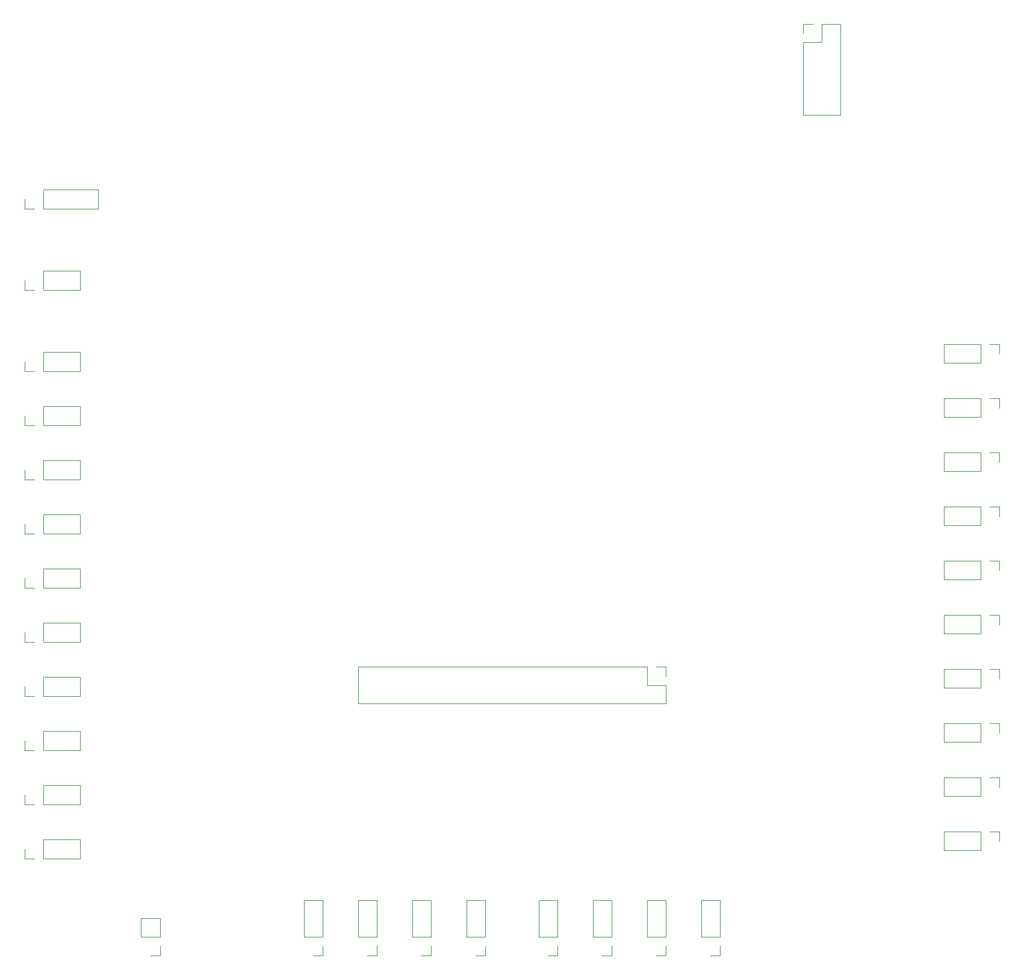
<source format=gbr>
%TF.GenerationSoftware,KiCad,Pcbnew,6.0.8-f2edbf62ab~116~ubuntu20.04.1*%
%TF.CreationDate,2022-12-16T17:31:30-08:00*%
%TF.ProjectId,RRIB2,52524942-322e-46b6-9963-61645f706362,V1.0*%
%TF.SameCoordinates,PX4fefde0PYc90dba0*%
%TF.FileFunction,Legend,Bot*%
%TF.FilePolarity,Positive*%
%FSLAX46Y46*%
G04 Gerber Fmt 4.6, Leading zero omitted, Abs format (unit mm)*
G04 Created by KiCad (PCBNEW 6.0.8-f2edbf62ab~116~ubuntu20.04.1) date 2022-12-16 17:31:30*
%MOMM*%
%LPD*%
G01*
G04 APERTURE LIST*
%ADD10C,0.120000*%
%ADD11C,3.403600*%
%ADD12R,1.600200X1.905000*%
%ADD13O,1.600200X1.905000*%
%ADD14R,1.651000X1.778000*%
%ADD15R,1.905000X1.600200*%
%ADD16O,1.905000X1.600200*%
%ADD17R,1.778000X1.651000*%
%ADD18C,3.200000*%
%ADD19R,1.700000X1.700000*%
%ADD20O,1.700000X1.700000*%
%ADD21R,1.600200X1.778000*%
%ADD22O,1.600200X1.778000*%
G04 APERTURE END LIST*
D10*
%TO.C,J69*%
X135608060Y70249740D02*
X135608060Y72909740D01*
X135608060Y72909740D02*
X130468060Y72909740D01*
X130468060Y70249740D02*
X130468060Y72909740D01*
X135608060Y70249740D02*
X130468060Y70249740D01*
X138208060Y71579740D02*
X138208060Y72909740D01*
X138208060Y72909740D02*
X136878060Y72909740D01*
%TO.C,J52*%
X63292680Y9905040D02*
X65952680Y9905040D01*
X63292680Y4765040D02*
X63292680Y9905040D01*
X65952680Y2165040D02*
X65952680Y3495040D01*
X63292680Y4765040D02*
X65952680Y4765040D01*
X64622680Y2165040D02*
X65952680Y2165040D01*
X65952680Y4765040D02*
X65952680Y9905040D01*
%TO.C,J18*%
X3787140Y64172140D02*
X8927140Y64172140D01*
X3787140Y61512140D02*
X8927140Y61512140D01*
X1187140Y61512140D02*
X2517140Y61512140D01*
X8927140Y64172140D02*
X8927140Y61512140D01*
X3787140Y64172140D02*
X3787140Y61512140D01*
X1187140Y62842140D02*
X1187140Y61512140D01*
%TO.C,J17*%
X3787140Y69132140D02*
X8927140Y69132140D01*
X1187140Y69132140D02*
X2517140Y69132140D01*
X3787140Y71792140D02*
X8927140Y71792140D01*
X3787140Y71792140D02*
X3787140Y69132140D01*
X1187140Y70462140D02*
X1187140Y69132140D01*
X8927140Y71792140D02*
X8927140Y69132140D01*
%TO.C,J19*%
X3787140Y56552140D02*
X8927140Y56552140D01*
X8927140Y56552140D02*
X8927140Y53892140D01*
X3787140Y56552140D02*
X3787140Y53892140D01*
X1187140Y55222140D02*
X1187140Y53892140D01*
X3787140Y53892140D02*
X8927140Y53892140D01*
X1187140Y53892140D02*
X2517140Y53892140D01*
%TO.C,J73*%
X135608060Y39769740D02*
X130468060Y39769740D01*
X130468060Y39769740D02*
X130468060Y42429740D01*
X135608060Y39769740D02*
X135608060Y42429740D01*
X138208060Y42429740D02*
X136878060Y42429740D01*
X138208060Y41099740D02*
X138208060Y42429740D01*
X135608060Y42429740D02*
X130468060Y42429740D01*
%TO.C,J76*%
X135608060Y16909740D02*
X130468060Y16909740D01*
X130468060Y16909740D02*
X130468060Y19569740D01*
X138208060Y18239740D02*
X138208060Y19569740D01*
X135608060Y19569740D02*
X130468060Y19569740D01*
X138208060Y19569740D02*
X136878060Y19569740D01*
X135608060Y16909740D02*
X135608060Y19569740D01*
%TO.C,J23*%
X3787140Y26072140D02*
X8927140Y26072140D01*
X3787140Y23412140D02*
X8927140Y23412140D01*
X8927140Y26072140D02*
X8927140Y23412140D01*
X3787140Y26072140D02*
X3787140Y23412140D01*
X1187140Y24742140D02*
X1187140Y23412140D01*
X1187140Y23412140D02*
X2517140Y23412140D01*
%TO.C,J74*%
X130468060Y32149740D02*
X130468060Y34809740D01*
X138208060Y34809740D02*
X136878060Y34809740D01*
X135608060Y32149740D02*
X130468060Y32149740D01*
X135608060Y34809740D02*
X130468060Y34809740D01*
X135608060Y32149740D02*
X135608060Y34809740D01*
X138208060Y33479740D02*
X138208060Y34809740D01*
%TO.C,J70*%
X130468060Y62629740D02*
X130468060Y65289740D01*
X135608060Y62629740D02*
X135608060Y65289740D01*
X138208060Y65289740D02*
X136878060Y65289740D01*
X138208060Y63959740D02*
X138208060Y65289740D01*
X135608060Y62629740D02*
X130468060Y62629740D01*
X135608060Y65289740D02*
X130468060Y65289740D01*
%TO.C,J56*%
X96299980Y4765040D02*
X98959980Y4765040D01*
X97629980Y2165040D02*
X98959980Y2165040D01*
X96299980Y4765040D02*
X96299980Y9905040D01*
X96299980Y9905040D02*
X98959980Y9905040D01*
X98959980Y4765040D02*
X98959980Y9905040D01*
X98959980Y2165040D02*
X98959980Y3495040D01*
%TO.C,J71*%
X135608060Y57669740D02*
X130468060Y57669740D01*
X135608060Y55009740D02*
X135608060Y57669740D01*
X138208060Y57669740D02*
X136878060Y57669740D01*
X135608060Y55009740D02*
X130468060Y55009740D01*
X138208060Y56339740D02*
X138208060Y57669740D01*
X130468060Y55009740D02*
X130468060Y57669740D01*
%TO.C,J67*%
X135608060Y88149740D02*
X130468060Y88149740D01*
X138208060Y88149740D02*
X136878060Y88149740D01*
X135608060Y85489740D02*
X135608060Y88149740D01*
X130468060Y85489740D02*
X130468060Y88149740D01*
X135608060Y85489740D02*
X130468060Y85489740D01*
X138208060Y86819740D02*
X138208060Y88149740D01*
%TO.C,J55*%
X91339980Y4765040D02*
X91339980Y9905040D01*
X90009980Y2165040D02*
X91339980Y2165040D01*
X91339980Y2165040D02*
X91339980Y3495040D01*
X88679980Y9905040D02*
X91339980Y9905040D01*
X88679980Y4765040D02*
X88679980Y9905040D01*
X88679980Y4765040D02*
X91339980Y4765040D01*
%TO.C,J54*%
X83719980Y4765040D02*
X83719980Y9905040D01*
X81059980Y4765040D02*
X83719980Y4765040D01*
X83719980Y2165040D02*
X83719980Y3495040D01*
X81059980Y4765040D02*
X81059980Y9905040D01*
X81059980Y9905040D02*
X83719980Y9905040D01*
X82389980Y2165040D02*
X83719980Y2165040D01*
%TO.C,J51*%
X57002680Y2165040D02*
X58332680Y2165040D01*
X58332680Y4765040D02*
X58332680Y9905040D01*
X55672680Y4765040D02*
X55672680Y9905040D01*
X55672680Y4765040D02*
X58332680Y4765040D01*
X55672680Y9905040D02*
X58332680Y9905040D01*
X58332680Y2165040D02*
X58332680Y3495040D01*
%TO.C,J68*%
X138208060Y79199740D02*
X138208060Y80529740D01*
X135608060Y80529740D02*
X130468060Y80529740D01*
X135608060Y77869740D02*
X130468060Y77869740D01*
X135608060Y77869740D02*
X135608060Y80529740D01*
X138208060Y80529740D02*
X136878060Y80529740D01*
X130468060Y77869740D02*
X130468060Y80529740D01*
%TO.C,J87*%
X91347600Y37582800D02*
X91347600Y40182800D01*
X91347600Y41452800D02*
X91347600Y42782800D01*
X91347600Y42782800D02*
X90017600Y42782800D01*
X88747600Y40182800D02*
X88747600Y42782800D01*
X91347600Y37582800D02*
X48047600Y37582800D01*
X48047600Y37582800D02*
X48047600Y42782800D01*
X88747600Y42782800D02*
X48047600Y42782800D01*
X91347600Y40182800D02*
X88747600Y40182800D01*
%TO.C,J15*%
X8927140Y87032140D02*
X8927140Y84372140D01*
X1187140Y85702140D02*
X1187140Y84372140D01*
X3787140Y84372140D02*
X8927140Y84372140D01*
X1187140Y84372140D02*
X2517140Y84372140D01*
X3787140Y87032140D02*
X8927140Y87032140D01*
X3787140Y87032140D02*
X3787140Y84372140D01*
%TO.C,J85*%
X8927140Y98462140D02*
X8927140Y95802140D01*
X1187140Y97132140D02*
X1187140Y95802140D01*
X3787140Y98462140D02*
X8927140Y98462140D01*
X3787140Y98462140D02*
X3787140Y95802140D01*
X1187140Y95802140D02*
X2517140Y95802140D01*
X3787140Y95802140D02*
X8927140Y95802140D01*
%TO.C,J53*%
X76099980Y2165040D02*
X76099980Y3495040D01*
X73439980Y9905040D02*
X76099980Y9905040D01*
X74769980Y2165040D02*
X76099980Y2165040D01*
X73439980Y4765040D02*
X76099980Y4765040D01*
X76099980Y4765040D02*
X76099980Y9905040D01*
X73439980Y4765040D02*
X73439980Y9905040D01*
%TO.C,J20*%
X8927140Y48932140D02*
X8927140Y46272140D01*
X3787140Y48932140D02*
X3787140Y46272140D01*
X3787140Y46272140D02*
X8927140Y46272140D01*
X3787140Y48932140D02*
X8927140Y48932140D01*
X1187140Y46272140D02*
X2517140Y46272140D01*
X1187140Y47602140D02*
X1187140Y46272140D01*
%TO.C,J75*%
X135608060Y24529740D02*
X130468060Y24529740D01*
X130468060Y24529740D02*
X130468060Y27189740D01*
X135608060Y27189740D02*
X130468060Y27189740D01*
X138208060Y27189740D02*
X136878060Y27189740D01*
X138208060Y25859740D02*
X138208060Y27189740D01*
X135608060Y24529740D02*
X135608060Y27189740D01*
%TO.C,J86*%
X1187140Y107232140D02*
X2517140Y107232140D01*
X11467140Y109892140D02*
X11467140Y107232140D01*
X3787140Y109892140D02*
X11467140Y109892140D01*
X3787140Y109892140D02*
X3787140Y107232140D01*
X3787140Y107232140D02*
X11467140Y107232140D01*
X1187140Y108562140D02*
X1187140Y107232140D01*
%TO.C,J84*%
X17549820Y7365040D02*
X20209820Y7365040D01*
X17549820Y4765040D02*
X20209820Y4765040D01*
X17549820Y4765040D02*
X17549820Y7365040D01*
X20209820Y2165040D02*
X20209820Y3495040D01*
X18879820Y2165040D02*
X20209820Y2165040D01*
X20209820Y4765040D02*
X20209820Y7365040D01*
%TO.C,J21*%
X3787140Y38652140D02*
X8927140Y38652140D01*
X1187140Y39982140D02*
X1187140Y38652140D01*
X3787140Y41312140D02*
X3787140Y38652140D01*
X1187140Y38652140D02*
X2517140Y38652140D01*
X3787140Y41312140D02*
X8927140Y41312140D01*
X8927140Y41312140D02*
X8927140Y38652140D01*
%TO.C,J50*%
X49382680Y2165040D02*
X50712680Y2165040D01*
X48052680Y9905040D02*
X50712680Y9905040D01*
X50712680Y2165040D02*
X50712680Y3495040D01*
X48052680Y4765040D02*
X48052680Y9905040D01*
X50712680Y4765040D02*
X50712680Y9905040D01*
X48052680Y4765040D02*
X50712680Y4765040D01*
%TO.C,J24*%
X1187140Y17122140D02*
X1187140Y15792140D01*
X3787140Y18452140D02*
X8927140Y18452140D01*
X8927140Y18452140D02*
X8927140Y15792140D01*
X1187140Y15792140D02*
X2517140Y15792140D01*
X3787140Y15792140D02*
X8927140Y15792140D01*
X3787140Y18452140D02*
X3787140Y15792140D01*
%TO.C,J16*%
X1187140Y76752140D02*
X2517140Y76752140D01*
X1187140Y78082140D02*
X1187140Y76752140D01*
X8927140Y79412140D02*
X8927140Y76752140D01*
X3787140Y79412140D02*
X3787140Y76752140D01*
X3787140Y79412140D02*
X8927140Y79412140D01*
X3787140Y76752140D02*
X8927140Y76752140D01*
%TO.C,J88*%
X110658600Y130619500D02*
X110658600Y120399500D01*
X111988600Y133219500D02*
X110658600Y133219500D01*
X113258600Y133219500D02*
X113258600Y130619500D01*
X115858600Y133219500D02*
X113258600Y133219500D01*
X115858600Y133219500D02*
X115858600Y120399500D01*
X115858600Y120399500D02*
X110658600Y120399500D01*
X113258600Y130619500D02*
X110658600Y130619500D01*
X110658600Y133219500D02*
X110658600Y131889500D01*
%TO.C,J49*%
X41762680Y2165040D02*
X43092680Y2165040D01*
X43092680Y2165040D02*
X43092680Y3495040D01*
X40432680Y4765040D02*
X43092680Y4765040D01*
X40432680Y4765040D02*
X40432680Y9905040D01*
X40432680Y9905040D02*
X43092680Y9905040D01*
X43092680Y4765040D02*
X43092680Y9905040D01*
%TO.C,J72*%
X130468060Y47389740D02*
X130468060Y50049740D01*
X135608060Y50049740D02*
X130468060Y50049740D01*
X138208060Y50049740D02*
X136878060Y50049740D01*
X135608060Y47389740D02*
X130468060Y47389740D01*
X138208060Y48719740D02*
X138208060Y50049740D01*
X135608060Y47389740D02*
X135608060Y50049740D01*
%TO.C,J22*%
X3787140Y31032140D02*
X8927140Y31032140D01*
X8927140Y33692140D02*
X8927140Y31032140D01*
X1187140Y31032140D02*
X2517140Y31032140D01*
X3787140Y33692140D02*
X8927140Y33692140D01*
X1187140Y32362140D02*
X1187140Y31032140D01*
X3787140Y33692140D02*
X3787140Y31032140D01*
%TD*%
%LPC*%
D11*
%TO.C,J79*%
X20955000Y109855000D03*
X36703000Y109855000D03*
D12*
X32639000Y109093000D03*
D13*
X30099000Y109093000D03*
X27559000Y109093000D03*
X25019000Y109093000D03*
%TD*%
D11*
%TO.C,J6*%
X7881000Y51462000D03*
X21209000Y51562000D03*
D14*
X17145000Y50800000D03*
D13*
X14605000Y50800000D03*
X12065000Y50800000D03*
%TD*%
D11*
%TO.C,J81*%
X84836000Y89535000D03*
X108204000Y89535000D03*
D12*
X104140000Y88773000D03*
D13*
X101600000Y88773000D03*
X99060000Y88773000D03*
X96520000Y88773000D03*
X93980000Y88773000D03*
X91440000Y88773000D03*
X88900000Y88773000D03*
%TD*%
D11*
%TO.C,J66*%
X113926000Y17807000D03*
X127254000Y17907000D03*
D14*
X123190000Y17145000D03*
D13*
X120650000Y17145000D03*
X118110000Y17145000D03*
%TD*%
D11*
%TO.C,J14*%
X42799000Y28702000D03*
X29471000Y28602000D03*
D14*
X38735000Y27940000D03*
D13*
X36195000Y27940000D03*
X33655000Y27940000D03*
%TD*%
D11*
%TO.C,J47*%
X107569000Y25527000D03*
X94241000Y25427000D03*
D14*
X103505000Y24765000D03*
D13*
X100965000Y24765000D03*
X98425000Y24765000D03*
%TD*%
D11*
%TO.C,J25*%
X74549000Y97282000D03*
X58801000Y97282000D03*
D12*
X70485000Y96520000D03*
D13*
X67945000Y96520000D03*
X65405000Y96520000D03*
X62865000Y96520000D03*
%TD*%
D11*
%TO.C,J12*%
X42799000Y43942000D03*
X29471000Y43842000D03*
D14*
X38735000Y43180000D03*
D13*
X36195000Y43180000D03*
X33655000Y43180000D03*
%TD*%
D11*
%TO.C,J83*%
X108204000Y74295000D03*
X84836000Y74295000D03*
D12*
X104140000Y73533000D03*
D13*
X101600000Y73533000D03*
X99060000Y73533000D03*
X96520000Y73533000D03*
X93980000Y73533000D03*
X91440000Y73533000D03*
X88900000Y73533000D03*
%TD*%
D11*
%TO.C,J42*%
X85979000Y25527000D03*
X72651000Y25427000D03*
D14*
X81915000Y24765000D03*
D13*
X79375000Y24765000D03*
X76835000Y24765000D03*
%TD*%
D11*
%TO.C,J77*%
X26570000Y9010000D03*
X26570000Y19678000D03*
D15*
X27332000Y15614000D03*
D16*
X27332000Y13074000D03*
%TD*%
D11*
%TO.C,J60*%
X113926000Y63527000D03*
X127254000Y63627000D03*
D14*
X123190000Y62865000D03*
D13*
X120650000Y62865000D03*
X118110000Y62865000D03*
%TD*%
D11*
%TO.C,J35*%
X50419000Y66802000D03*
X29591000Y66802000D03*
D12*
X46355000Y66040000D03*
D13*
X43815000Y66040000D03*
X41275000Y66040000D03*
X38735000Y66040000D03*
X36195000Y66040000D03*
X33655000Y66040000D03*
%TD*%
D11*
%TO.C,J45*%
X94241000Y40667000D03*
X107569000Y40767000D03*
D14*
X103505000Y40005000D03*
D13*
X100965000Y40005000D03*
X98425000Y40005000D03*
%TD*%
D11*
%TO.C,J57*%
X113926000Y86514000D03*
X127254000Y86614000D03*
D14*
X123190000Y85852000D03*
D13*
X120650000Y85852000D03*
X118110000Y85852000D03*
%TD*%
D11*
%TO.C,J58*%
X127254000Y78867000D03*
X113926000Y78767000D03*
D14*
X123190000Y78105000D03*
D13*
X120650000Y78105000D03*
X118110000Y78105000D03*
%TD*%
D11*
%TO.C,J27*%
X58801000Y82042000D03*
X74549000Y82042000D03*
D12*
X70485000Y81280000D03*
D13*
X67945000Y81280000D03*
X65405000Y81280000D03*
X62865000Y81280000D03*
%TD*%
D11*
%TO.C,J28*%
X74549000Y74549000D03*
X58801000Y74549000D03*
D12*
X70485000Y73787000D03*
D13*
X67945000Y73787000D03*
X65405000Y73787000D03*
X62865000Y73787000D03*
%TD*%
D11*
%TO.C,J30*%
X74549000Y59309000D03*
X58801000Y59309000D03*
D12*
X70485000Y58547000D03*
D13*
X67945000Y58547000D03*
X65405000Y58547000D03*
X62865000Y58547000D03*
%TD*%
D11*
%TO.C,J40*%
X60860000Y22218000D03*
X60960000Y8890000D03*
D17*
X61622000Y18154000D03*
D16*
X61622000Y15614000D03*
X61622000Y13074000D03*
%TD*%
D11*
%TO.C,J44*%
X94241000Y48287000D03*
X107569000Y48387000D03*
D14*
X103505000Y47625000D03*
D13*
X100965000Y47625000D03*
X98425000Y47625000D03*
%TD*%
D11*
%TO.C,J10*%
X21209000Y21082000D03*
X7881000Y20982000D03*
D14*
X17145000Y20320000D03*
D13*
X14605000Y20320000D03*
X12065000Y20320000D03*
%TD*%
D11*
%TO.C,J78*%
X21209000Y101092000D03*
X7881000Y100992000D03*
D14*
X17145000Y100330000D03*
D13*
X14605000Y100330000D03*
X12065000Y100330000D03*
%TD*%
D11*
%TO.C,J63*%
X127254000Y40767000D03*
X113926000Y40667000D03*
D14*
X123190000Y40005000D03*
D13*
X120650000Y40005000D03*
X118110000Y40005000D03*
%TD*%
D11*
%TO.C,J32*%
X50419000Y89662000D03*
X29591000Y89662000D03*
D12*
X46355000Y88900000D03*
D13*
X43815000Y88900000D03*
X41275000Y88900000D03*
X38735000Y88900000D03*
X36195000Y88900000D03*
X33655000Y88900000D03*
%TD*%
D11*
%TO.C,J13*%
X29471000Y36222000D03*
X42799000Y36322000D03*
D14*
X38735000Y35560000D03*
D13*
X36195000Y35560000D03*
X33655000Y35560000D03*
%TD*%
D11*
%TO.C,J61*%
X127254000Y56007000D03*
X113926000Y55907000D03*
D14*
X123190000Y55245000D03*
D13*
X120650000Y55245000D03*
X118110000Y55245000D03*
%TD*%
D11*
%TO.C,J1*%
X7881000Y89562000D03*
X21209000Y89662000D03*
D14*
X17145000Y88900000D03*
D13*
X14605000Y88900000D03*
X12065000Y88900000D03*
%TD*%
D11*
%TO.C,J3*%
X21209000Y74422000D03*
X7881000Y74322000D03*
D14*
X17145000Y73660000D03*
D13*
X14605000Y73660000D03*
X12065000Y73660000D03*
%TD*%
D11*
%TO.C,J41*%
X72651000Y33047000D03*
X85979000Y33147000D03*
D14*
X81915000Y32385000D03*
D13*
X79375000Y32385000D03*
X76835000Y32385000D03*
%TD*%
D11*
%TO.C,J39*%
X53240000Y22218000D03*
X53340000Y8890000D03*
D17*
X54002000Y18154000D03*
D16*
X54002000Y15614000D03*
X54002000Y13074000D03*
%TD*%
D11*
%TO.C,J8*%
X21209000Y36322000D03*
X7881000Y36222000D03*
D14*
X17145000Y35560000D03*
D13*
X14605000Y35560000D03*
X12065000Y35560000D03*
%TD*%
D11*
%TO.C,J43*%
X85979000Y17907000D03*
X72651000Y17807000D03*
D14*
X81915000Y17145000D03*
D13*
X79375000Y17145000D03*
X76835000Y17145000D03*
%TD*%
D11*
%TO.C,J36*%
X50419000Y59182000D03*
X29591000Y59182000D03*
D12*
X46355000Y58420000D03*
D13*
X43815000Y58420000D03*
X41275000Y58420000D03*
X38735000Y58420000D03*
X36195000Y58420000D03*
X33655000Y58420000D03*
%TD*%
D11*
%TO.C,J31*%
X50419000Y97282000D03*
X29591000Y97282000D03*
D12*
X46355000Y96520000D03*
D13*
X43815000Y96520000D03*
X41275000Y96520000D03*
X38735000Y96520000D03*
X36195000Y96520000D03*
X33655000Y96520000D03*
%TD*%
D11*
%TO.C,J82*%
X84836000Y81915000D03*
X108204000Y81915000D03*
D12*
X104140000Y81153000D03*
D13*
X101600000Y81153000D03*
X99060000Y81153000D03*
X96520000Y81153000D03*
X93980000Y81153000D03*
X91440000Y81153000D03*
X88900000Y81153000D03*
%TD*%
D11*
%TO.C,J59*%
X113926000Y71147000D03*
X127254000Y71247000D03*
D14*
X123190000Y70485000D03*
D13*
X120650000Y70485000D03*
X118110000Y70485000D03*
%TD*%
D11*
%TO.C,J62*%
X113926000Y48287000D03*
X127254000Y48387000D03*
D14*
X123190000Y47625000D03*
D13*
X120650000Y47625000D03*
X118110000Y47625000D03*
%TD*%
D11*
%TO.C,J9*%
X21209000Y28702000D03*
X7881000Y28602000D03*
D14*
X17145000Y27940000D03*
D13*
X14605000Y27940000D03*
X12065000Y27940000D03*
%TD*%
D11*
%TO.C,J34*%
X50419000Y74422000D03*
X29591000Y74422000D03*
D12*
X46355000Y73660000D03*
D13*
X43815000Y73660000D03*
X41275000Y73660000D03*
X38735000Y73660000D03*
X36195000Y73660000D03*
X33655000Y73660000D03*
%TD*%
D11*
%TO.C,J46*%
X94241000Y33047000D03*
X107569000Y33147000D03*
D14*
X103505000Y32385000D03*
D13*
X100965000Y32385000D03*
X98425000Y32385000D03*
%TD*%
D11*
%TO.C,J37*%
X38100000Y8890000D03*
X38000000Y22218000D03*
D17*
X38762000Y18154000D03*
D16*
X38762000Y15614000D03*
X38762000Y13074000D03*
%TD*%
D18*
%TO.C,H2*%
X94513400Y109461300D03*
%TD*%
D11*
%TO.C,J65*%
X127254000Y25527000D03*
X113926000Y25427000D03*
D14*
X123190000Y24765000D03*
D13*
X120650000Y24765000D03*
X118110000Y24765000D03*
%TD*%
D11*
%TO.C,J2*%
X7881000Y81942000D03*
X21209000Y82042000D03*
D14*
X17145000Y81280000D03*
D13*
X14605000Y81280000D03*
X12065000Y81280000D03*
%TD*%
D11*
%TO.C,J80*%
X108204000Y97155000D03*
X84836000Y97155000D03*
D12*
X104140000Y96393000D03*
D13*
X101600000Y96393000D03*
X99060000Y96393000D03*
X96520000Y96393000D03*
X93980000Y96393000D03*
X91440000Y96393000D03*
X88900000Y96393000D03*
%TD*%
D11*
%TO.C,J64*%
X127254000Y33147000D03*
X113926000Y33047000D03*
D14*
X123190000Y32385000D03*
D13*
X120650000Y32385000D03*
X118110000Y32385000D03*
%TD*%
D18*
%TO.C,H1*%
X44881800Y109461300D03*
%TD*%
D11*
%TO.C,J26*%
X58801000Y89662000D03*
X74549000Y89662000D03*
D12*
X70485000Y88900000D03*
D13*
X67945000Y88900000D03*
X65405000Y88900000D03*
X62865000Y88900000D03*
%TD*%
D11*
%TO.C,J4*%
X7881000Y66702000D03*
X21209000Y66802000D03*
D14*
X17145000Y66040000D03*
D13*
X14605000Y66040000D03*
X12065000Y66040000D03*
%TD*%
D11*
%TO.C,J11*%
X29471000Y51462000D03*
X42799000Y51562000D03*
D14*
X38735000Y50800000D03*
D13*
X36195000Y50800000D03*
X33655000Y50800000D03*
%TD*%
D11*
%TO.C,J7*%
X7881000Y43842000D03*
X21209000Y43942000D03*
D14*
X17145000Y43180000D03*
D13*
X14605000Y43180000D03*
X12065000Y43180000D03*
%TD*%
D11*
%TO.C,J5*%
X7881000Y59082000D03*
X21209000Y59182000D03*
D14*
X17145000Y58420000D03*
D13*
X14605000Y58420000D03*
X12065000Y58420000D03*
%TD*%
D11*
%TO.C,J38*%
X45620000Y22218000D03*
X45720000Y8890000D03*
D17*
X46382000Y18154000D03*
D16*
X46382000Y15614000D03*
X46382000Y13074000D03*
%TD*%
D11*
%TO.C,J29*%
X74549000Y66929000D03*
X58801000Y66929000D03*
D12*
X70485000Y66167000D03*
D13*
X67945000Y66167000D03*
X65405000Y66167000D03*
X62865000Y66167000D03*
%TD*%
D11*
%TO.C,J48*%
X107569000Y17907000D03*
X94241000Y17807000D03*
D14*
X103505000Y17145000D03*
D13*
X100965000Y17145000D03*
X98425000Y17145000D03*
%TD*%
D11*
%TO.C,J33*%
X29591000Y82042000D03*
X50419000Y82042000D03*
D12*
X46355000Y81280000D03*
D13*
X43815000Y81280000D03*
X41275000Y81280000D03*
X38735000Y81280000D03*
X36195000Y81280000D03*
X33655000Y81280000D03*
%TD*%
D19*
%TO.C,J69*%
X136878060Y71579740D03*
D20*
X134338060Y71579740D03*
X131798060Y71579740D03*
%TD*%
D19*
%TO.C,J52*%
X64622680Y3495040D03*
D20*
X64622680Y6035040D03*
X64622680Y8575040D03*
%TD*%
D19*
%TO.C,J18*%
X2517140Y62842140D03*
D20*
X5057140Y62842140D03*
X7597140Y62842140D03*
%TD*%
D19*
%TO.C,J17*%
X2517140Y70462140D03*
D20*
X5057140Y70462140D03*
X7597140Y70462140D03*
%TD*%
D19*
%TO.C,J19*%
X2517140Y55222140D03*
D20*
X5057140Y55222140D03*
X7597140Y55222140D03*
%TD*%
D19*
%TO.C,J73*%
X136878060Y41099740D03*
D20*
X134338060Y41099740D03*
X131798060Y41099740D03*
%TD*%
D19*
%TO.C,J76*%
X136878060Y18239740D03*
D20*
X134338060Y18239740D03*
X131798060Y18239740D03*
%TD*%
D19*
%TO.C,J23*%
X2517140Y24742140D03*
D20*
X5057140Y24742140D03*
X7597140Y24742140D03*
%TD*%
D19*
%TO.C,J74*%
X136878060Y33479740D03*
D20*
X134338060Y33479740D03*
X131798060Y33479740D03*
%TD*%
D19*
%TO.C,J70*%
X136878060Y63959740D03*
D20*
X134338060Y63959740D03*
X131798060Y63959740D03*
%TD*%
D19*
%TO.C,J56*%
X97629980Y3495040D03*
D20*
X97629980Y6035040D03*
X97629980Y8575040D03*
%TD*%
D19*
%TO.C,J71*%
X136878060Y56339740D03*
D20*
X134338060Y56339740D03*
X131798060Y56339740D03*
%TD*%
D19*
%TO.C,J67*%
X136878060Y86819740D03*
D20*
X134338060Y86819740D03*
X131798060Y86819740D03*
%TD*%
D19*
%TO.C,J55*%
X90009980Y3495040D03*
D20*
X90009980Y6035040D03*
X90009980Y8575040D03*
%TD*%
D19*
%TO.C,J54*%
X82389980Y3495040D03*
D20*
X82389980Y6035040D03*
X82389980Y8575040D03*
%TD*%
D19*
%TO.C,J51*%
X57002680Y3495040D03*
D20*
X57002680Y6035040D03*
X57002680Y8575040D03*
%TD*%
D19*
%TO.C,J68*%
X136878060Y79199740D03*
D20*
X134338060Y79199740D03*
X131798060Y79199740D03*
%TD*%
D21*
%TO.C,J87*%
X90017600Y41452800D03*
D22*
X90017600Y38912800D03*
X87477600Y41452800D03*
X87477600Y38912800D03*
X84937600Y41452800D03*
X84937600Y38912800D03*
X82397600Y41452800D03*
X82397600Y38912800D03*
X79857600Y41452800D03*
X79857600Y38912800D03*
X77317600Y41452800D03*
X77317600Y38912800D03*
X74777600Y41452800D03*
X74777600Y38912800D03*
X72237600Y41452800D03*
X72237600Y38912800D03*
X69697600Y41452800D03*
X69697600Y38912800D03*
X67157600Y41452800D03*
X67157600Y38912800D03*
X64617600Y41452800D03*
X64617600Y38912800D03*
X62077600Y41452800D03*
X62077600Y38912800D03*
X59537600Y41452800D03*
X59537600Y38912800D03*
X56997600Y41452800D03*
X56997600Y38912800D03*
X54457600Y41452800D03*
X54457600Y38912800D03*
X51917600Y41452800D03*
X51917600Y38912800D03*
X49377600Y41452800D03*
X49377600Y38912800D03*
%TD*%
D19*
%TO.C,J15*%
X2517140Y85702140D03*
D20*
X5057140Y85702140D03*
X7597140Y85702140D03*
%TD*%
D19*
%TO.C,J85*%
X2517140Y97132140D03*
D20*
X5057140Y97132140D03*
X7597140Y97132140D03*
%TD*%
D19*
%TO.C,J53*%
X74769980Y3495040D03*
D20*
X74769980Y6035040D03*
X74769980Y8575040D03*
%TD*%
D19*
%TO.C,J20*%
X2517140Y47602140D03*
D20*
X5057140Y47602140D03*
X7597140Y47602140D03*
%TD*%
D19*
%TO.C,J75*%
X136878060Y25859740D03*
D20*
X134338060Y25859740D03*
X131798060Y25859740D03*
%TD*%
D19*
%TO.C,J86*%
X2517140Y108562140D03*
D20*
X5057140Y108562140D03*
X7597140Y108562140D03*
X10137140Y108562140D03*
%TD*%
D19*
%TO.C,J84*%
X18879820Y3495040D03*
D20*
X18879820Y6035040D03*
%TD*%
D19*
%TO.C,J21*%
X2517140Y39982140D03*
D20*
X5057140Y39982140D03*
X7597140Y39982140D03*
%TD*%
D19*
%TO.C,J50*%
X49382680Y3495040D03*
D20*
X49382680Y6035040D03*
X49382680Y8575040D03*
%TD*%
D19*
%TO.C,J24*%
X2517140Y17122140D03*
D20*
X5057140Y17122140D03*
X7597140Y17122140D03*
%TD*%
D19*
%TO.C,J16*%
X2517140Y78082140D03*
D20*
X5057140Y78082140D03*
X7597140Y78082140D03*
%TD*%
D19*
%TO.C,J88*%
X111988600Y131889500D03*
D20*
X114528600Y131889500D03*
X111988600Y129349500D03*
X114528600Y129349500D03*
X111988600Y126809500D03*
X114528600Y126809500D03*
X111988600Y124269500D03*
X114528600Y124269500D03*
X111988600Y121729500D03*
X114528600Y121729500D03*
%TD*%
D19*
%TO.C,J49*%
X41762680Y3495040D03*
D20*
X41762680Y6035040D03*
X41762680Y8575040D03*
%TD*%
D19*
%TO.C,J72*%
X136878060Y48719740D03*
D20*
X134338060Y48719740D03*
X131798060Y48719740D03*
%TD*%
D19*
%TO.C,J22*%
X2517140Y32362140D03*
D20*
X5057140Y32362140D03*
X7597140Y32362140D03*
%TD*%
M02*

</source>
